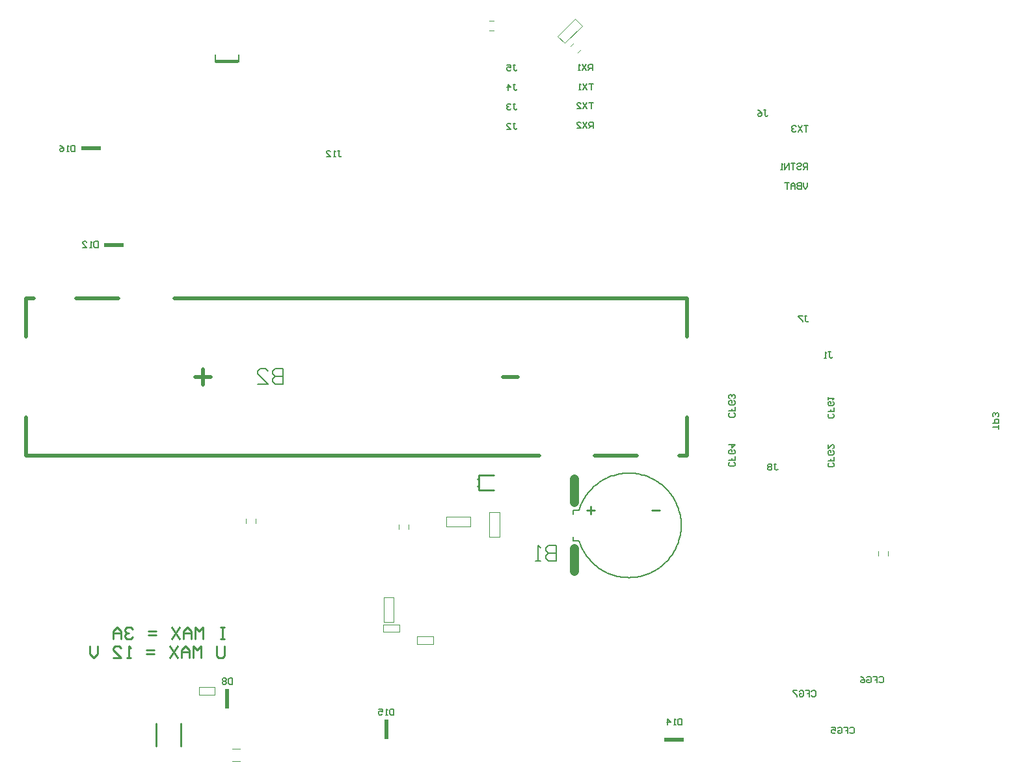
<source format=gbo>
G04*
G04 #@! TF.GenerationSoftware,Altium Limited,Altium Designer,20.0.9 (164)*
G04*
G04 Layer_Color=32896*
%FSLAX25Y25*%
%MOIN*%
G70*
G01*
G75*
%ADD10C,0.00787*%
%ADD12C,0.01000*%
%ADD21C,0.01968*%
%ADD22C,0.00394*%
%ADD27R,0.02000X0.10000*%
%ADD321C,0.00800*%
%ADD322C,0.04724*%
%ADD323R,0.10000X0.02000*%
G36*
X120866Y361614D02*
X120768Y361713D01*
Y362992D01*
X109055D01*
Y361614D01*
X120866D01*
D02*
G37*
D10*
Y362008D02*
Y365945D01*
X109055Y362008D02*
Y365945D01*
X449082Y46325D02*
X449607Y46849D01*
X450656D01*
X451181Y46325D01*
Y44226D01*
X450656Y43701D01*
X449607D01*
X449082Y44226D01*
X445933Y46849D02*
X448033D01*
Y45275D01*
X446983D01*
X448033D01*
Y43701D01*
X442785Y46325D02*
X443310Y46849D01*
X444359D01*
X444884Y46325D01*
Y44226D01*
X444359Y43701D01*
X443310D01*
X442785Y44226D01*
Y45275D01*
X443834D01*
X439636Y46849D02*
X440686Y46325D01*
X441735Y45275D01*
Y44226D01*
X441211Y43701D01*
X440161D01*
X439636Y44226D01*
Y44750D01*
X440161Y45275D01*
X441735D01*
X200394Y30314D02*
Y27165D01*
X198819D01*
X198295Y27690D01*
Y29789D01*
X198819Y30314D01*
X200394D01*
X197245Y27165D02*
X196196D01*
X196720D01*
Y30314D01*
X197245Y29789D01*
X192522Y30314D02*
X194621D01*
Y28740D01*
X193572Y29264D01*
X193047D01*
X192522Y28740D01*
Y27690D01*
X193047Y27165D01*
X194097D01*
X194621Y27690D01*
X48819Y270078D02*
Y266929D01*
X47245D01*
X46720Y267454D01*
Y269553D01*
X47245Y270078D01*
X48819D01*
X45670Y266929D02*
X44621D01*
X45145D01*
Y270078D01*
X45670Y269553D01*
X40947Y266929D02*
X43047D01*
X40947Y269028D01*
Y269553D01*
X41472Y270078D01*
X42522D01*
X43047Y269553D01*
X37008Y319290D02*
Y316142D01*
X35434D01*
X34909Y316667D01*
Y318766D01*
X35434Y319290D01*
X37008D01*
X33859Y316142D02*
X32810D01*
X33334D01*
Y319290D01*
X33859Y318766D01*
X29136Y319290D02*
X30186Y318766D01*
X31235Y317716D01*
Y316667D01*
X30711Y316142D01*
X29661D01*
X29136Y316667D01*
Y317191D01*
X29661Y317716D01*
X31235D01*
X412303Y300097D02*
Y297998D01*
X411254Y296949D01*
X410204Y297998D01*
Y300097D01*
X409155D02*
Y296949D01*
X407580D01*
X407056Y297474D01*
Y297998D01*
X407580Y298523D01*
X409155D01*
X407580D01*
X407056Y299048D01*
Y299573D01*
X407580Y300097D01*
X409155D01*
X406006Y296949D02*
Y299048D01*
X404956Y300097D01*
X403907Y299048D01*
Y296949D01*
Y298523D01*
X406006D01*
X402857Y300097D02*
X400758D01*
X401808D01*
Y296949D01*
X302165Y357677D02*
Y360826D01*
X300591D01*
X300066Y360301D01*
Y359251D01*
X300591Y358727D01*
X302165D01*
X301116D02*
X300066Y357677D01*
X299017Y360826D02*
X296918Y357677D01*
Y360826D02*
X299017Y357677D01*
X295868D02*
X294819D01*
X295343D01*
Y360826D01*
X295868Y360301D01*
X302559Y350983D02*
X300460D01*
X301509D01*
Y347835D01*
X299410Y350983D02*
X297311Y347835D01*
Y350983D02*
X299410Y347835D01*
X296262D02*
X295212D01*
X295737D01*
Y350983D01*
X296262Y350459D01*
X302559Y341141D02*
X300460D01*
X301509D01*
Y337992D01*
X299410Y341141D02*
X297311Y337992D01*
Y341141D02*
X299410Y337992D01*
X294163D02*
X296262D01*
X294163Y340091D01*
Y340616D01*
X294688Y341141D01*
X295737D01*
X296262Y340616D01*
X302559Y328150D02*
Y331298D01*
X300985D01*
X300460Y330773D01*
Y329724D01*
X300985Y329199D01*
X302559D01*
X301509D02*
X300460Y328150D01*
X299410Y331298D02*
X297311Y328150D01*
Y331298D02*
X299410Y328150D01*
X294163D02*
X296262D01*
X294163Y330249D01*
Y330773D01*
X294688Y331298D01*
X295737D01*
X296262Y330773D01*
X412795Y329330D02*
X410696D01*
X411746D01*
Y326181D01*
X409647Y329330D02*
X407548Y326181D01*
Y329330D02*
X409647Y326181D01*
X406498Y328805D02*
X405973Y329330D01*
X404924D01*
X404399Y328805D01*
Y328280D01*
X404924Y327755D01*
X405449D01*
X404924D01*
X404399Y327231D01*
Y326706D01*
X404924Y326181D01*
X405973D01*
X406498Y326706D01*
X412303Y306949D02*
Y310097D01*
X410729D01*
X410204Y309573D01*
Y308523D01*
X410729Y307998D01*
X412303D01*
X411254D02*
X410204Y306949D01*
X407056Y309573D02*
X407580Y310097D01*
X408630D01*
X409155Y309573D01*
Y309048D01*
X408630Y308523D01*
X407580D01*
X407056Y307998D01*
Y307474D01*
X407580Y306949D01*
X408630D01*
X409155Y307474D01*
X406006Y310097D02*
X403907D01*
X404956D01*
Y306949D01*
X402857D02*
Y310097D01*
X400758Y306949D01*
Y310097D01*
X399709Y306949D02*
X398659D01*
X399184D01*
Y310097D01*
X399709Y309573D01*
X143701Y204722D02*
Y196850D01*
X139765D01*
X138453Y198162D01*
Y199474D01*
X139765Y200786D01*
X143701D01*
X139765D01*
X138453Y202098D01*
Y203410D01*
X139765Y204722D01*
X143701D01*
X130582Y196850D02*
X135829D01*
X130582Y202098D01*
Y203410D01*
X131894Y204722D01*
X134517D01*
X135829Y203410D01*
X348031Y25196D02*
Y22047D01*
X346457D01*
X345932Y22572D01*
Y24671D01*
X346457Y25196D01*
X348031D01*
X344883Y22047D02*
X343833D01*
X344358D01*
Y25196D01*
X344883Y24671D01*
X340685Y22047D02*
Y25196D01*
X342259Y23621D01*
X340160D01*
X283465Y114171D02*
Y106299D01*
X279529D01*
X278217Y107611D01*
Y108923D01*
X279529Y110235D01*
X283465D01*
X279529D01*
X278217Y111547D01*
Y112859D01*
X279529Y114171D01*
X283465D01*
X275593Y106299D02*
X272969D01*
X274281D01*
Y114171D01*
X275593Y112859D01*
X425458Y181627D02*
X425983Y181102D01*
Y180052D01*
X425458Y179528D01*
X423359D01*
X422835Y180052D01*
Y181102D01*
X423359Y181627D01*
X425983Y184775D02*
Y182676D01*
X424409D01*
Y183726D01*
Y182676D01*
X422835D01*
X425458Y187924D02*
X425983Y187399D01*
Y186349D01*
X425458Y185825D01*
X423359D01*
X422835Y186349D01*
Y187399D01*
X423359Y187924D01*
X424409D01*
Y186874D01*
X422835Y188973D02*
Y190023D01*
Y189498D01*
X425983D01*
X425458Y188973D01*
Y156430D02*
X425983Y155905D01*
Y154856D01*
X425458Y154331D01*
X423359D01*
X422835Y154856D01*
Y155905D01*
X423359Y156430D01*
X425983Y159578D02*
Y157479D01*
X424409D01*
Y158529D01*
Y157479D01*
X422835D01*
X425458Y162727D02*
X425983Y162202D01*
Y161153D01*
X425458Y160628D01*
X423359D01*
X422835Y161153D01*
Y162202D01*
X423359Y162727D01*
X424409D01*
Y161677D01*
X422835Y165875D02*
Y163777D01*
X424934Y165875D01*
X425458D01*
X425983Y165351D01*
Y164301D01*
X425458Y163777D01*
X374671Y182020D02*
X375196Y181496D01*
Y180446D01*
X374671Y179921D01*
X372572D01*
X372047Y180446D01*
Y181496D01*
X372572Y182020D01*
X375196Y185169D02*
Y183070D01*
X373622D01*
Y184119D01*
Y183070D01*
X372047D01*
X374671Y188318D02*
X375196Y187793D01*
Y186743D01*
X374671Y186218D01*
X372572D01*
X372047Y186743D01*
Y187793D01*
X372572Y188318D01*
X373622D01*
Y187268D01*
X374671Y189367D02*
X375196Y189892D01*
Y190941D01*
X374671Y191466D01*
X374146D01*
X373622Y190941D01*
Y190417D01*
Y190941D01*
X373097Y191466D01*
X372572D01*
X372047Y190941D01*
Y189892D01*
X372572Y189367D01*
X374671Y156824D02*
X375196Y156299D01*
Y155249D01*
X374671Y154724D01*
X372572D01*
X372047Y155249D01*
Y156299D01*
X372572Y156824D01*
X375196Y159972D02*
Y157873D01*
X373622D01*
Y158923D01*
Y157873D01*
X372047D01*
X374671Y163121D02*
X375196Y162596D01*
Y161546D01*
X374671Y161022D01*
X372572D01*
X372047Y161546D01*
Y162596D01*
X372572Y163121D01*
X373622D01*
Y162071D01*
X372047Y165744D02*
X375196D01*
X373622Y164170D01*
Y166269D01*
X434121Y20340D02*
X434646Y20865D01*
X435696D01*
X436221Y20340D01*
Y18241D01*
X435696Y17717D01*
X434646D01*
X434121Y18241D01*
X430973Y20865D02*
X433072D01*
Y19291D01*
X432022D01*
X433072D01*
Y17717D01*
X427824Y20340D02*
X428349Y20865D01*
X429398D01*
X429923Y20340D01*
Y18241D01*
X429398Y17717D01*
X428349D01*
X427824Y18241D01*
Y19291D01*
X428874D01*
X424676Y20865D02*
X426775D01*
Y19291D01*
X425725Y19816D01*
X425200D01*
X424676Y19291D01*
Y18241D01*
X425200Y17717D01*
X426250D01*
X426775Y18241D01*
X414436Y39238D02*
X414961Y39763D01*
X416011D01*
X416535Y39238D01*
Y37139D01*
X416011Y36614D01*
X414961D01*
X414436Y37139D01*
X411288Y39763D02*
X413387D01*
Y38188D01*
X412337D01*
X413387D01*
Y36614D01*
X408139Y39238D02*
X408664Y39763D01*
X409714D01*
X410238Y39238D01*
Y37139D01*
X409714Y36614D01*
X408664D01*
X408139Y37139D01*
Y38188D01*
X409189D01*
X407090Y39763D02*
X404991D01*
Y39238D01*
X407090Y37139D01*
Y36614D01*
X117717Y46062D02*
Y42913D01*
X116142D01*
X115618Y43438D01*
Y45537D01*
X116142Y46062D01*
X117717D01*
X114568Y45537D02*
X114043Y46062D01*
X112994D01*
X112469Y45537D01*
Y45013D01*
X112994Y44488D01*
X112469Y43963D01*
Y43438D01*
X112994Y42913D01*
X114043D01*
X114568Y43438D01*
Y43963D01*
X114043Y44488D01*
X114568Y45013D01*
Y45537D01*
X114043Y44488D02*
X112994D01*
X423098Y213385D02*
X424147D01*
X423623D01*
Y210761D01*
X424147Y210236D01*
X424672D01*
X425197Y210761D01*
X422048Y210236D02*
X420999D01*
X421524D01*
Y213385D01*
X422048Y212860D01*
X261484Y330609D02*
X262533D01*
X262008D01*
Y327985D01*
X262533Y327461D01*
X263058D01*
X263583Y327985D01*
X258335Y327461D02*
X260434D01*
X258335Y329560D01*
Y330084D01*
X258860Y330609D01*
X259909D01*
X260434Y330084D01*
X261484Y340641D02*
X262533D01*
X262008D01*
Y338017D01*
X262533Y337492D01*
X263058D01*
X263583Y338017D01*
X260434Y340116D02*
X259909Y340641D01*
X258860D01*
X258335Y340116D01*
Y339591D01*
X258860Y339066D01*
X259384D01*
X258860D01*
X258335Y338542D01*
Y338017D01*
X258860Y337492D01*
X259909D01*
X260434Y338017D01*
X261484Y350641D02*
X262533D01*
X262008D01*
Y348017D01*
X262533Y347492D01*
X263058D01*
X263583Y348017D01*
X258860Y347492D02*
Y350641D01*
X260434Y349066D01*
X258335D01*
X261484Y360641D02*
X262533D01*
X262008D01*
Y358017D01*
X262533Y357492D01*
X263058D01*
X263583Y358017D01*
X258335Y360641D02*
X260434D01*
Y359066D01*
X259384Y359591D01*
X258860D01*
X258335Y359066D01*
Y358017D01*
X258860Y357492D01*
X259909D01*
X260434Y358017D01*
X390027Y337401D02*
X391076D01*
X390552D01*
Y334777D01*
X391076Y334252D01*
X391601D01*
X392126Y334777D01*
X386878Y337401D02*
X387928Y336876D01*
X388977Y335826D01*
Y334777D01*
X388453Y334252D01*
X387403D01*
X386878Y334777D01*
Y335301D01*
X387403Y335826D01*
X388977D01*
X410893Y231889D02*
X411943D01*
X411418D01*
Y229265D01*
X411943Y228740D01*
X412467D01*
X412992Y229265D01*
X409843Y231889D02*
X407745D01*
Y231364D01*
X409843Y229265D01*
Y228740D01*
X395145Y155904D02*
X396195D01*
X395670D01*
Y153281D01*
X396195Y152756D01*
X396719D01*
X397244Y153281D01*
X394095Y155380D02*
X393571Y155904D01*
X392521D01*
X391997Y155380D01*
Y154855D01*
X392521Y154330D01*
X391997Y153805D01*
Y153281D01*
X392521Y152756D01*
X393571D01*
X394095Y153281D01*
Y153805D01*
X393571Y154330D01*
X394095Y154855D01*
Y155380D01*
X393571Y154330D02*
X392521D01*
X171632Y316549D02*
X172681D01*
X172156D01*
Y313925D01*
X172681Y313400D01*
X173206D01*
X173731Y313925D01*
X170582Y313400D02*
X169533D01*
X170057D01*
Y316549D01*
X170582Y316024D01*
X165859Y313400D02*
X167958D01*
X165859Y315499D01*
Y316024D01*
X166384Y316549D01*
X167434D01*
X167958Y316024D01*
X510334Y173721D02*
Y175820D01*
Y174770D01*
X507185D01*
Y176869D02*
X510334D01*
Y178443D01*
X509809Y178968D01*
X508759D01*
X508235Y178443D01*
Y176869D01*
X509809Y180018D02*
X510334Y180543D01*
Y181592D01*
X509809Y182117D01*
X509284D01*
X508759Y181592D01*
Y181067D01*
Y181592D01*
X508235Y182117D01*
X507710D01*
X507185Y181592D01*
Y180543D01*
X507710Y180018D01*
D12*
X243215Y144465D02*
X244094Y144685D01*
X244094Y142323D02*
X251575D01*
X244094D02*
Y150197D01*
X251575D01*
X243215Y148055D02*
X244094Y147835D01*
X91339Y11024D02*
Y22835D01*
X78740Y11024D02*
Y22835D01*
X332677Y132283D02*
X336614D01*
X301181Y130315D02*
Y134252D01*
X299213Y132283D02*
X303150D01*
X113567Y72107D02*
X111568D01*
X112567D01*
Y66110D01*
X113567D01*
X111568D01*
X102570D02*
Y72107D01*
X100571Y70108D01*
X98572Y72107D01*
Y66110D01*
X96572D02*
Y70108D01*
X94573Y72107D01*
X92574Y70108D01*
Y66110D01*
Y69108D01*
X96572D01*
X90574Y72107D02*
X86576Y66110D01*
Y72107D02*
X90574Y66110D01*
X78578Y68109D02*
X74580D01*
X78578Y70108D02*
X74580D01*
X66582Y71108D02*
X65582Y72107D01*
X63583D01*
X62583Y71108D01*
Y70108D01*
X63583Y69108D01*
X64583D01*
X63583D01*
X62583Y68109D01*
Y67109D01*
X63583Y66110D01*
X65582D01*
X66582Y67109D01*
X60584Y66110D02*
Y70108D01*
X58585Y72107D01*
X56585Y70108D01*
Y66110D01*
Y69108D01*
X60584D01*
X113567Y62510D02*
Y57512D01*
X112567Y56512D01*
X110568D01*
X109568Y57512D01*
Y62510D01*
X101571Y56512D02*
Y62510D01*
X99572Y60510D01*
X97572Y62510D01*
Y56512D01*
X95573D02*
Y60510D01*
X93573Y62510D01*
X91574Y60510D01*
Y56512D01*
Y59511D01*
X95573D01*
X89575Y62510D02*
X85576Y56512D01*
Y62510D02*
X89575Y56512D01*
X77579Y58511D02*
X73580D01*
X77579Y60510D02*
X73580D01*
X65582Y56512D02*
X63583D01*
X64583D01*
Y62510D01*
X65582Y61510D01*
X56585Y56512D02*
X60584D01*
X56585Y60510D01*
Y61510D01*
X57585Y62510D01*
X59584D01*
X60584Y61510D01*
X48588Y62510D02*
Y58511D01*
X46589Y56512D01*
X44589Y58511D01*
Y62510D01*
D21*
X12106Y160138D02*
Y179823D01*
Y160138D02*
X274902D01*
X87894Y240846D02*
X350689Y240846D01*
X346752Y160138D02*
X350689D01*
Y160138D02*
Y179823D01*
Y221161D02*
Y240846D01*
X12106Y221161D02*
Y240846D01*
X256201Y200492D02*
X264075D01*
X102657Y196555D02*
Y204429D01*
X98721Y200492D02*
X106595D01*
X303445Y160138D02*
X325098Y160138D01*
X37697Y240846D02*
X59350Y240846D01*
X12106Y240846D02*
X16043D01*
D22*
X220669Y63386D02*
Y67323D01*
X212402Y63386D02*
X220669D01*
X212402Y67323D02*
X220669D01*
X212402Y67323D02*
X212402Y67323D01*
X212402Y63386D02*
Y67323D01*
X195079Y69685D02*
Y73622D01*
X195079Y73622D02*
X203346D01*
X195079Y69685D02*
X203346D01*
X203346Y69685D01*
Y73622D01*
X294605Y366716D02*
X296276Y368387D01*
X291126Y370196D02*
X292796Y371866D01*
X284287Y375308D02*
X287907Y371689D01*
X284287Y375308D02*
X293196Y384216D01*
X287907Y371689D02*
X296815Y380597D01*
X293196Y384216D02*
X296815Y380597D01*
X117717Y3543D02*
X121653D01*
X117717Y9843D02*
X121653D01*
X249213Y383169D02*
X251575D01*
X249213Y378248D02*
X251575D01*
X207972Y122441D02*
Y124803D01*
X203051Y122441D02*
Y124803D01*
X453642Y108661D02*
Y111024D01*
X448720Y108661D02*
Y111024D01*
X129528Y125394D02*
Y127756D01*
X124606Y125394D02*
Y127756D01*
X249410Y131102D02*
X254528D01*
X254528Y118504D02*
Y131102D01*
X249410Y118504D02*
Y131102D01*
X249410Y118504D02*
X254528D01*
X227165Y123819D02*
Y128937D01*
Y128937D02*
X239764D01*
X227165Y123819D02*
X239764D01*
Y123819D02*
Y128937D01*
X195276Y74803D02*
X200394D01*
X195276D02*
Y87402D01*
X200394Y74803D02*
Y87402D01*
X195276D02*
X200394D01*
X100492Y37402D02*
Y41339D01*
X100492Y41339D01*
X108760D01*
X100492Y37402D02*
X108760D01*
X108760Y37402D02*
Y41339D01*
D27*
X196555Y19783D02*
D03*
X114961Y35433D02*
D03*
D321*
X295262Y116581D02*
X295572Y115629D01*
X295919Y114688D01*
X296300Y113761D01*
X296716Y112849D01*
X297165Y111954D01*
X297648Y111075D01*
X298163Y110216D01*
X298710Y109376D01*
X299289Y108557D01*
X299897Y107761D01*
X300535Y106988D01*
X301201Y106239D01*
X301895Y105516D01*
X302615Y104819D01*
X303361Y104150D01*
X304131Y103509D01*
X304925Y102897D01*
X305742Y102316D01*
X306579Y101765D01*
X307436Y101246D01*
X308313Y100760D01*
X309207Y100307D01*
X310117Y99887D01*
X311042Y99502D01*
X311981Y99152D01*
X312932Y98837D01*
X313895Y98558D01*
X314867Y98315D01*
X315848Y98109D01*
X316836Y97940D01*
X317829Y97807D01*
X318827Y97712D01*
X319828Y97655D01*
X320830Y97635D01*
X321832Y97652D01*
X322832Y97707D01*
X323830Y97799D01*
X324824Y97929D01*
X325812Y98095D01*
X326794Y98299D01*
X327767Y98539D01*
X328730Y98815D01*
X329682Y99128D01*
X330622Y99475D01*
X331549Y99858D01*
X332460Y100275D01*
X333355Y100725D01*
X334233Y101209D01*
X335091Y101726D01*
X335930Y102274D01*
X336748Y102853D01*
X337544Y103463D01*
X338316Y104102D01*
X339064Y104769D01*
X339786Y105464D01*
X340482Y106185D01*
X341150Y106932D01*
X341790Y107703D01*
X342401Y108498D01*
X342981Y109315D01*
X343530Y110153D01*
X344048Y111011D01*
X344533Y111888D01*
X344985Y112783D01*
X345404Y113694D01*
X345787Y114619D01*
X346136Y115559D01*
X346450Y116511D01*
X346727Y117474D01*
X346969Y118446D01*
X347174Y119427D01*
X347342Y120415D01*
X347473Y121409D01*
X347566Y122407D01*
X347623Y123407D01*
X347641Y124409D01*
X347623Y125412D01*
X347566Y126412D01*
X347473Y127410D01*
X347342Y128404D01*
X347174Y129392D01*
X346969Y130373D01*
X346727Y131345D01*
X346450Y132308D01*
X346136Y133260D01*
X345787Y134200D01*
X345403Y135126D01*
X344985Y136036D01*
X344533Y136931D01*
X344048Y137808D01*
X343530Y138666D01*
X342981Y139504D01*
X342401Y140321D01*
X341790Y141116D01*
X341150Y141887D01*
X340482Y142634D01*
X339786Y143355D01*
X339064Y144050D01*
X338316Y144717D01*
X337544Y145356D01*
X336748Y145966D01*
X335930Y146545D01*
X335091Y147093D01*
X334232Y147610D01*
X333355Y148093D01*
X332460Y148544D01*
X331548Y148961D01*
X330622Y149344D01*
X329682Y149691D01*
X328730Y150004D01*
X327766Y150280D01*
X326793Y150520D01*
X325812Y150724D01*
X324824Y150890D01*
X323830Y151020D01*
X322832Y151112D01*
X321831Y151167D01*
X320829Y151184D01*
X319827Y151164D01*
X318827Y151107D01*
X317829Y151012D01*
X316836Y150879D01*
X315848Y150710D01*
X314867Y150504D01*
X313895Y150261D01*
X312932Y149982D01*
X311981Y149667D01*
X311042Y149317D01*
X310117Y148932D01*
X309206Y148512D01*
X308313Y148059D01*
X307436Y147572D01*
X306579Y147054D01*
X305741Y146503D01*
X304925Y145922D01*
X304131Y145310D01*
X303361Y144669D01*
X302615Y144000D01*
X301894Y143303D01*
X301201Y142579D01*
X300535Y141831D01*
X299897Y141058D01*
X299288Y140261D01*
X298710Y139443D01*
X298163Y138603D01*
X297648Y137743D01*
X297165Y136865D01*
X296716Y135969D01*
X296300Y135057D01*
X295919Y134131D01*
X295572Y133190D01*
X295262Y132238D01*
X292323Y116535D02*
X295276D01*
X292323D02*
Y118504D01*
Y130315D02*
Y132283D01*
X295276D01*
D322*
X292913Y100787D02*
Y112598D01*
Y148031D02*
X292913Y136221D01*
D323*
X57087Y268307D02*
D03*
X45276Y317717D02*
D03*
X344094Y14567D02*
D03*
M02*

</source>
